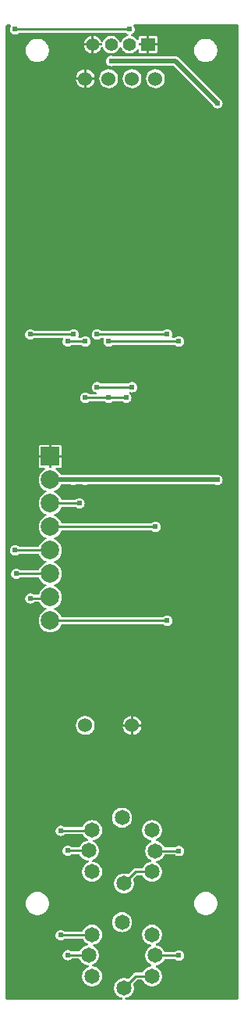
<source format=gtl>
G04 Layer: TopLayer*
G04 EasyEDA v6.5.29, 2023-07-16 15:11:24*
G04 69541b314f914e7eb76376b61f0081d1,5a6b42c53f6a479593ecc07194224c93,10*
G04 Gerber Generator version 0.2*
G04 Scale: 100 percent, Rotated: No, Reflected: No *
G04 Dimensions in millimeters *
G04 leading zeros omitted , absolute positions ,4 integer and 5 decimal *
%FSLAX45Y45*%
%MOMM*%

%ADD10C,0.2540*%
%ADD11C,0.5000*%
%ADD12C,1.4000*%
%ADD13R,1.5240X1.4000*%
%ADD14C,1.6500*%
%ADD15C,1.5240*%
%ADD16R,2.0000X2.0000*%
%ADD17C,2.0000*%
%ADD18C,0.6096*%
%ADD19C,0.0140*%

%LPD*%
G36*
X251967Y851408D02*
G01*
X248056Y852169D01*
X244805Y854405D01*
X242570Y857656D01*
X241808Y861568D01*
X241808Y11393932D01*
X242570Y11397843D01*
X244805Y11401094D01*
X248056Y11403330D01*
X251967Y11404092D01*
X290068Y11404092D01*
X294386Y11403126D01*
X297840Y11400485D01*
X299872Y11396573D01*
X300075Y11392154D01*
X298399Y11388090D01*
X294081Y11381994D01*
X289966Y11373053D01*
X287426Y11363604D01*
X286562Y11353800D01*
X287426Y11343995D01*
X289966Y11334546D01*
X294081Y11325606D01*
X299720Y11317579D01*
X306679Y11310620D01*
X314706Y11304981D01*
X323646Y11300866D01*
X333095Y11298326D01*
X342900Y11297462D01*
X352704Y11298326D01*
X362153Y11300866D01*
X371094Y11304981D01*
X379120Y11310620D01*
X380695Y11312194D01*
X383997Y11314430D01*
X387908Y11315192D01*
X1540916Y11315192D01*
X1544777Y11314430D01*
X1548079Y11312194D01*
X1549654Y11310620D01*
X1557731Y11304981D01*
X1566164Y11301069D01*
X1569466Y11298631D01*
X1571548Y11295075D01*
X1572006Y11291011D01*
X1570888Y11287099D01*
X1568246Y11283950D01*
X1564640Y11282070D01*
X1553768Y11279022D01*
X1541780Y11273790D01*
X1530604Y11267033D01*
X1520444Y11258753D01*
X1511503Y11249202D01*
X1503984Y11238484D01*
X1497939Y11226901D01*
X1495450Y11219891D01*
X1493316Y11216386D01*
X1489964Y11213998D01*
X1485900Y11213134D01*
X1481836Y11213998D01*
X1478483Y11216386D01*
X1476298Y11219891D01*
X1473860Y11226901D01*
X1467815Y11238484D01*
X1460296Y11249202D01*
X1451356Y11258753D01*
X1441196Y11267033D01*
X1430020Y11273790D01*
X1418031Y11279022D01*
X1405382Y11282578D01*
X1392428Y11284356D01*
X1379372Y11284356D01*
X1366367Y11282578D01*
X1353769Y11279022D01*
X1341780Y11273790D01*
X1330604Y11267033D01*
X1320444Y11258753D01*
X1311503Y11249202D01*
X1303985Y11238484D01*
X1297940Y11226901D01*
X1295450Y11219891D01*
X1293317Y11216386D01*
X1289964Y11213998D01*
X1285900Y11213134D01*
X1281836Y11213998D01*
X1278483Y11216386D01*
X1276350Y11219891D01*
X1273860Y11226901D01*
X1267815Y11238484D01*
X1260297Y11249202D01*
X1251356Y11258753D01*
X1241196Y11267033D01*
X1230020Y11273790D01*
X1218031Y11279022D01*
X1205382Y11282578D01*
X1198575Y11283492D01*
X1198575Y11201400D01*
X1280007Y11201400D01*
X1283868Y11200587D01*
X1287170Y11198402D01*
X1289405Y11195100D01*
X1290167Y11191240D01*
X1290167Y11186160D01*
X1289405Y11182248D01*
X1287170Y11178946D01*
X1283868Y11176762D01*
X1280007Y11176000D01*
X1198575Y11176000D01*
X1198575Y11093856D01*
X1205382Y11094821D01*
X1218031Y11098326D01*
X1230020Y11103559D01*
X1241196Y11110366D01*
X1251356Y11118596D01*
X1260297Y11128146D01*
X1267815Y11138865D01*
X1273860Y11150498D01*
X1276350Y11157458D01*
X1278483Y11160963D01*
X1281836Y11163350D01*
X1285900Y11164214D01*
X1289964Y11163350D01*
X1293317Y11160963D01*
X1295450Y11157458D01*
X1297940Y11150498D01*
X1303985Y11138865D01*
X1311503Y11128146D01*
X1320444Y11118596D01*
X1330604Y11110366D01*
X1341780Y11103559D01*
X1353769Y11098326D01*
X1366367Y11094821D01*
X1379372Y11092992D01*
X1392428Y11092992D01*
X1405382Y11094821D01*
X1418031Y11098326D01*
X1430020Y11103559D01*
X1441196Y11110366D01*
X1451356Y11118596D01*
X1460296Y11128146D01*
X1467815Y11138865D01*
X1473860Y11150498D01*
X1476298Y11157458D01*
X1478483Y11160963D01*
X1481836Y11163350D01*
X1485900Y11164214D01*
X1489964Y11163350D01*
X1493316Y11160963D01*
X1495450Y11157458D01*
X1497939Y11150498D01*
X1503984Y11138865D01*
X1511503Y11128146D01*
X1520444Y11118596D01*
X1530604Y11110366D01*
X1541780Y11103559D01*
X1553768Y11098326D01*
X1566367Y11094821D01*
X1579372Y11092992D01*
X1592427Y11092992D01*
X1605381Y11094821D01*
X1618030Y11098326D01*
X1630019Y11103559D01*
X1641195Y11110366D01*
X1651355Y11118596D01*
X1660296Y11128146D01*
X1665325Y11135309D01*
X1668424Y11138204D01*
X1672488Y11139576D01*
X1676704Y11139170D01*
X1680413Y11137036D01*
X1682902Y11133632D01*
X1683766Y11129467D01*
X1683766Y11119256D01*
X1684477Y11112906D01*
X1686407Y11107470D01*
X1689506Y11102543D01*
X1693570Y11098479D01*
X1698498Y11095380D01*
X1703933Y11093500D01*
X1710283Y11092789D01*
X1773174Y11092789D01*
X1773174Y11176000D01*
X1691792Y11176000D01*
X1687880Y11176762D01*
X1684629Y11178946D01*
X1682394Y11182248D01*
X1681632Y11186160D01*
X1681632Y11191240D01*
X1682394Y11195100D01*
X1684629Y11198402D01*
X1687880Y11200587D01*
X1691792Y11201400D01*
X1773174Y11201400D01*
X1773174Y11284559D01*
X1710283Y11284559D01*
X1703933Y11283848D01*
X1698498Y11281968D01*
X1693570Y11278870D01*
X1689506Y11274806D01*
X1686407Y11269878D01*
X1684477Y11264442D01*
X1683766Y11258092D01*
X1683766Y11247882D01*
X1682902Y11243716D01*
X1680413Y11240312D01*
X1676704Y11238230D01*
X1672488Y11237772D01*
X1668424Y11239144D01*
X1665325Y11242040D01*
X1660296Y11249202D01*
X1651355Y11258753D01*
X1641195Y11267033D01*
X1630019Y11273790D01*
X1618030Y11279022D01*
X1607159Y11282070D01*
X1603552Y11283950D01*
X1600911Y11287099D01*
X1599793Y11291011D01*
X1600250Y11295075D01*
X1602333Y11298631D01*
X1605635Y11301069D01*
X1614068Y11304981D01*
X1622145Y11310620D01*
X1629054Y11317579D01*
X1634693Y11325606D01*
X1638858Y11334546D01*
X1641398Y11343995D01*
X1642262Y11353800D01*
X1641398Y11363604D01*
X1638858Y11373053D01*
X1634693Y11381994D01*
X1630426Y11388090D01*
X1628749Y11392154D01*
X1628901Y11396573D01*
X1630933Y11400485D01*
X1634439Y11403126D01*
X1638706Y11404092D01*
X2757932Y11404092D01*
X2761843Y11403330D01*
X2765094Y11401094D01*
X2767330Y11397843D01*
X2768092Y11393932D01*
X2768092Y861568D01*
X2767330Y857656D01*
X2765094Y854405D01*
X2761843Y852169D01*
X2757932Y851408D01*
X1545640Y851408D01*
X1541475Y852271D01*
X1538071Y854811D01*
X1535938Y858469D01*
X1535531Y862685D01*
X1536852Y866749D01*
X1539748Y869848D01*
X1543659Y871524D01*
X1552041Y873201D01*
X1565452Y877773D01*
X1578203Y884021D01*
X1589989Y891895D01*
X1600657Y901242D01*
X1610004Y911910D01*
X1617878Y923696D01*
X1624126Y936396D01*
X1628698Y949858D01*
X1631442Y963726D01*
X1632407Y977900D01*
X1631442Y992022D01*
X1628698Y1005941D01*
X1625142Y1016406D01*
X1624584Y1020114D01*
X1625447Y1023772D01*
X1627581Y1026871D01*
X1664004Y1063294D01*
X1667306Y1065530D01*
X1671218Y1066292D01*
X1720951Y1066292D01*
X1724609Y1065580D01*
X1727809Y1063599D01*
X1730044Y1060602D01*
X1734921Y1050696D01*
X1742795Y1038910D01*
X1752142Y1028242D01*
X1762810Y1018895D01*
X1774596Y1011021D01*
X1787296Y1004773D01*
X1800758Y1000201D01*
X1814626Y997458D01*
X1828800Y996492D01*
X1842922Y997458D01*
X1856841Y1000201D01*
X1870252Y1004773D01*
X1883003Y1011021D01*
X1894789Y1018895D01*
X1905457Y1028242D01*
X1914804Y1038910D01*
X1922678Y1050696D01*
X1928926Y1063396D01*
X1933498Y1076858D01*
X1936242Y1090726D01*
X1937207Y1104900D01*
X1936242Y1119022D01*
X1933498Y1132941D01*
X1928926Y1146352D01*
X1922678Y1159103D01*
X1914804Y1170889D01*
X1905457Y1181557D01*
X1894789Y1190904D01*
X1883003Y1198778D01*
X1873961Y1203198D01*
X1870506Y1205992D01*
X1868576Y1209903D01*
X1868474Y1214323D01*
X1870252Y1218336D01*
X1873554Y1221232D01*
X1877974Y1222502D01*
X1891893Y1225245D01*
X1905304Y1229817D01*
X1918055Y1236065D01*
X1929841Y1243939D01*
X1940509Y1253286D01*
X1949856Y1263954D01*
X1957730Y1275740D01*
X1962556Y1285595D01*
X1964842Y1288592D01*
X1967992Y1290574D01*
X1971700Y1291285D01*
X2075891Y1291285D01*
X2079802Y1290523D01*
X2083104Y1288288D01*
X2084679Y1286713D01*
X2092706Y1281074D01*
X2101646Y1276959D01*
X2111095Y1274419D01*
X2120900Y1273556D01*
X2130704Y1274419D01*
X2140153Y1276959D01*
X2149094Y1281074D01*
X2157120Y1286713D01*
X2164080Y1293672D01*
X2169718Y1301699D01*
X2173833Y1310640D01*
X2176373Y1320088D01*
X2177237Y1329893D01*
X2176373Y1339697D01*
X2173833Y1349146D01*
X2169718Y1358087D01*
X2164080Y1366113D01*
X2157120Y1373073D01*
X2149094Y1378712D01*
X2140153Y1382826D01*
X2130704Y1385366D01*
X2120900Y1386230D01*
X2111095Y1385366D01*
X2101646Y1382826D01*
X2092706Y1378712D01*
X2084679Y1373073D01*
X2083104Y1371498D01*
X2079802Y1369263D01*
X2075891Y1368501D01*
X1971751Y1368501D01*
X1968042Y1369212D01*
X1964893Y1371142D01*
X1962607Y1374140D01*
X1957730Y1384147D01*
X1949856Y1395933D01*
X1940509Y1406601D01*
X1929841Y1415948D01*
X1918055Y1423822D01*
X1905304Y1430070D01*
X1891893Y1434642D01*
X1877771Y1437436D01*
X1873554Y1438656D01*
X1870252Y1441551D01*
X1868474Y1445564D01*
X1868576Y1449984D01*
X1870506Y1453896D01*
X1873961Y1456639D01*
X1883003Y1461109D01*
X1894789Y1468983D01*
X1905457Y1478330D01*
X1914804Y1488998D01*
X1922678Y1500784D01*
X1928926Y1513484D01*
X1933498Y1526946D01*
X1936242Y1540814D01*
X1937207Y1554988D01*
X1936242Y1569110D01*
X1933498Y1583029D01*
X1928926Y1596440D01*
X1922678Y1609191D01*
X1914804Y1620977D01*
X1905457Y1631645D01*
X1894789Y1640992D01*
X1883003Y1648866D01*
X1870252Y1655114D01*
X1856841Y1659686D01*
X1842922Y1662430D01*
X1828800Y1663395D01*
X1814626Y1662430D01*
X1800758Y1659686D01*
X1787296Y1655114D01*
X1774596Y1648866D01*
X1762810Y1640992D01*
X1752142Y1631645D01*
X1742795Y1620977D01*
X1734921Y1609191D01*
X1728673Y1596440D01*
X1724101Y1583029D01*
X1721357Y1569110D01*
X1720392Y1554988D01*
X1721357Y1540814D01*
X1724101Y1526946D01*
X1728673Y1513484D01*
X1734921Y1500784D01*
X1742795Y1488998D01*
X1752142Y1478330D01*
X1762810Y1468983D01*
X1774596Y1461109D01*
X1787296Y1454861D01*
X1800758Y1450289D01*
X1814880Y1447495D01*
X1819097Y1446276D01*
X1822399Y1443380D01*
X1824177Y1439367D01*
X1824075Y1434947D01*
X1822145Y1431036D01*
X1818690Y1428242D01*
X1809648Y1423822D01*
X1797862Y1415948D01*
X1787194Y1406601D01*
X1777847Y1395933D01*
X1769973Y1384147D01*
X1763725Y1371396D01*
X1759153Y1357985D01*
X1756410Y1344066D01*
X1755444Y1329944D01*
X1756410Y1315770D01*
X1759153Y1301902D01*
X1763725Y1288440D01*
X1769973Y1275740D01*
X1777847Y1263954D01*
X1787194Y1253286D01*
X1797862Y1243939D01*
X1809648Y1236065D01*
X1818690Y1231595D01*
X1822145Y1228852D01*
X1824075Y1224940D01*
X1824177Y1220520D01*
X1822399Y1216507D01*
X1819097Y1213612D01*
X1814626Y1212342D01*
X1800758Y1209598D01*
X1787296Y1205026D01*
X1774596Y1198778D01*
X1762810Y1190904D01*
X1752142Y1181557D01*
X1742795Y1170889D01*
X1734921Y1159103D01*
X1730044Y1149197D01*
X1727809Y1146200D01*
X1724609Y1144219D01*
X1720951Y1143508D01*
X1651507Y1143508D01*
X1643481Y1142695D01*
X1636268Y1140510D01*
X1629562Y1136954D01*
X1623364Y1131824D01*
X1572971Y1081481D01*
X1569872Y1079347D01*
X1566214Y1078484D01*
X1562506Y1079042D01*
X1552041Y1082598D01*
X1538122Y1085342D01*
X1524000Y1086307D01*
X1509826Y1085342D01*
X1495958Y1082598D01*
X1482496Y1078026D01*
X1469796Y1071778D01*
X1458010Y1063904D01*
X1447342Y1054557D01*
X1437995Y1043889D01*
X1430121Y1032103D01*
X1423873Y1019352D01*
X1419301Y1005941D01*
X1416558Y992022D01*
X1415592Y977900D01*
X1416558Y963726D01*
X1419301Y949858D01*
X1423873Y936396D01*
X1430121Y923696D01*
X1437995Y911910D01*
X1447342Y901242D01*
X1458010Y891895D01*
X1469796Y884021D01*
X1482496Y877773D01*
X1495958Y873201D01*
X1504340Y871524D01*
X1508252Y869848D01*
X1511096Y866749D01*
X1512468Y862685D01*
X1512062Y858469D01*
X1509928Y854811D01*
X1506524Y852271D01*
X1502359Y851408D01*
G37*

%LPC*%
G36*
X1798574Y11201400D02*
G01*
X1887982Y11201400D01*
X1887982Y11258092D01*
X1887270Y11264442D01*
X1885391Y11269878D01*
X1882292Y11274806D01*
X1878228Y11278870D01*
X1873300Y11281968D01*
X1867865Y11283848D01*
X1861515Y11284559D01*
X1798574Y11284559D01*
G37*
G36*
X1503781Y1581454D02*
G01*
X1517954Y1582420D01*
X1531874Y1585163D01*
X1545285Y1589735D01*
X1557985Y1595983D01*
X1569770Y1603857D01*
X1580438Y1613204D01*
X1589786Y1623872D01*
X1597660Y1635658D01*
X1603959Y1648358D01*
X1608480Y1661820D01*
X1611274Y1675688D01*
X1612188Y1689862D01*
X1611274Y1703984D01*
X1608480Y1717903D01*
X1603959Y1731314D01*
X1597660Y1744065D01*
X1589786Y1755851D01*
X1580438Y1766519D01*
X1569770Y1775866D01*
X1557985Y1783740D01*
X1545285Y1789988D01*
X1531874Y1794560D01*
X1517954Y1797304D01*
X1503781Y1798269D01*
X1489659Y1797304D01*
X1475740Y1794560D01*
X1462328Y1789988D01*
X1449628Y1783740D01*
X1437843Y1775866D01*
X1427175Y1766519D01*
X1417828Y1755851D01*
X1409954Y1744065D01*
X1403654Y1731314D01*
X1399133Y1717903D01*
X1396339Y1703984D01*
X1395425Y1689862D01*
X1396339Y1675688D01*
X1399133Y1661820D01*
X1403654Y1648358D01*
X1409954Y1635658D01*
X1417828Y1623872D01*
X1427175Y1613204D01*
X1437843Y1603857D01*
X1449628Y1595983D01*
X1462328Y1589735D01*
X1475740Y1585163D01*
X1489659Y1582420D01*
G37*
G36*
X2413000Y1766417D02*
G01*
X2428138Y1767332D01*
X2443124Y1770075D01*
X2457602Y1774596D01*
X2471470Y1780844D01*
X2484475Y1788718D01*
X2496464Y1798066D01*
X2507183Y1808835D01*
X2516581Y1820773D01*
X2524455Y1833778D01*
X2530703Y1847646D01*
X2535224Y1862175D01*
X2537968Y1877110D01*
X2538882Y1892300D01*
X2537968Y1907489D01*
X2535224Y1922424D01*
X2530703Y1936953D01*
X2524455Y1950821D01*
X2516581Y1963826D01*
X2507183Y1975764D01*
X2496464Y1986534D01*
X2484475Y1995881D01*
X2471470Y2003755D01*
X2457602Y2010003D01*
X2443124Y2014524D01*
X2428138Y2017268D01*
X2413000Y2018182D01*
X2397810Y2017268D01*
X2382824Y2014524D01*
X2368346Y2010003D01*
X2354478Y2003755D01*
X2341473Y1995881D01*
X2329484Y1986534D01*
X2318766Y1975764D01*
X2309368Y1963826D01*
X2301494Y1950821D01*
X2295245Y1936953D01*
X2290724Y1922424D01*
X2287981Y1907489D01*
X2287066Y1892300D01*
X2287981Y1877110D01*
X2290724Y1862175D01*
X2295245Y1847646D01*
X2301494Y1833778D01*
X2309368Y1820773D01*
X2318766Y1808835D01*
X2329484Y1798066D01*
X2341473Y1788718D01*
X2354478Y1780844D01*
X2368346Y1774596D01*
X2382824Y1770075D01*
X2397810Y1767332D01*
G37*
G36*
X584200Y1766417D02*
G01*
X599389Y1767332D01*
X614324Y1770075D01*
X628853Y1774596D01*
X642721Y1780844D01*
X655726Y1788718D01*
X667664Y1798066D01*
X678434Y1808835D01*
X687781Y1820773D01*
X695655Y1833778D01*
X701903Y1847646D01*
X706424Y1862175D01*
X709168Y1877110D01*
X710082Y1892300D01*
X709168Y1907489D01*
X706424Y1922424D01*
X701903Y1936953D01*
X695655Y1950821D01*
X687781Y1963826D01*
X678434Y1975764D01*
X667664Y1986534D01*
X655726Y1995881D01*
X642721Y2003755D01*
X628853Y2010003D01*
X614324Y2014524D01*
X599389Y2017268D01*
X584200Y2018182D01*
X569010Y2017268D01*
X554075Y2014524D01*
X539546Y2010003D01*
X525678Y2003755D01*
X512673Y1995881D01*
X500735Y1986534D01*
X489966Y1975764D01*
X480618Y1963826D01*
X472744Y1950821D01*
X466496Y1936953D01*
X461975Y1922424D01*
X459232Y1907489D01*
X458317Y1892300D01*
X459232Y1877110D01*
X461975Y1862175D01*
X466496Y1847646D01*
X472744Y1833778D01*
X480618Y1820773D01*
X489966Y1808835D01*
X500735Y1798066D01*
X512673Y1788718D01*
X525678Y1780844D01*
X539546Y1774596D01*
X554075Y1770075D01*
X569010Y1767332D01*
G37*
G36*
X1524000Y1999792D02*
G01*
X1538122Y2000757D01*
X1552041Y2003501D01*
X1565452Y2008073D01*
X1578203Y2014321D01*
X1589989Y2022195D01*
X1600657Y2031542D01*
X1610004Y2042210D01*
X1617878Y2053996D01*
X1624126Y2066696D01*
X1628698Y2080158D01*
X1631442Y2094026D01*
X1632407Y2108200D01*
X1631442Y2122322D01*
X1628698Y2136241D01*
X1625142Y2146706D01*
X1624584Y2150414D01*
X1625447Y2154072D01*
X1627581Y2157171D01*
X1664004Y2193594D01*
X1667306Y2195830D01*
X1671218Y2196592D01*
X1720951Y2196592D01*
X1724609Y2195880D01*
X1727809Y2193899D01*
X1730044Y2190902D01*
X1734921Y2180996D01*
X1742795Y2169210D01*
X1752142Y2158542D01*
X1762810Y2149195D01*
X1774596Y2141321D01*
X1787296Y2135073D01*
X1800758Y2130501D01*
X1814626Y2127758D01*
X1828800Y2126792D01*
X1842922Y2127758D01*
X1856841Y2130501D01*
X1870252Y2135073D01*
X1883003Y2141321D01*
X1894789Y2149195D01*
X1905457Y2158542D01*
X1914804Y2169210D01*
X1922678Y2180996D01*
X1928926Y2193696D01*
X1933498Y2207158D01*
X1936242Y2221026D01*
X1937207Y2235200D01*
X1936242Y2249322D01*
X1933498Y2263241D01*
X1928926Y2276652D01*
X1922678Y2289403D01*
X1914804Y2301189D01*
X1905457Y2311857D01*
X1894789Y2321204D01*
X1883003Y2329078D01*
X1873961Y2333498D01*
X1870506Y2336292D01*
X1868576Y2340203D01*
X1868474Y2344623D01*
X1870252Y2348636D01*
X1873554Y2351532D01*
X1877974Y2352802D01*
X1891893Y2355545D01*
X1905304Y2360117D01*
X1918055Y2366365D01*
X1929841Y2374239D01*
X1940509Y2383586D01*
X1949856Y2394254D01*
X1957730Y2406040D01*
X1962556Y2415895D01*
X1964842Y2418892D01*
X1967992Y2420874D01*
X1971700Y2421585D01*
X2075891Y2421585D01*
X2079802Y2420823D01*
X2083104Y2418588D01*
X2084679Y2417013D01*
X2092706Y2411374D01*
X2101646Y2407259D01*
X2111095Y2404719D01*
X2120900Y2403856D01*
X2130704Y2404719D01*
X2140153Y2407259D01*
X2149094Y2411374D01*
X2157120Y2417013D01*
X2164080Y2423972D01*
X2169718Y2431999D01*
X2173833Y2440940D01*
X2176373Y2450388D01*
X2177237Y2460193D01*
X2176373Y2469997D01*
X2173833Y2479446D01*
X2169718Y2488387D01*
X2164080Y2496413D01*
X2157120Y2503373D01*
X2149094Y2509012D01*
X2140153Y2513126D01*
X2130704Y2515666D01*
X2120900Y2516530D01*
X2111095Y2515666D01*
X2101646Y2513126D01*
X2092706Y2509012D01*
X2084679Y2503373D01*
X2083104Y2501798D01*
X2079802Y2499563D01*
X2075891Y2498801D01*
X1971751Y2498801D01*
X1968042Y2499512D01*
X1964893Y2501442D01*
X1962607Y2504440D01*
X1957730Y2514447D01*
X1949856Y2526233D01*
X1940509Y2536901D01*
X1929841Y2546248D01*
X1918055Y2554122D01*
X1905304Y2560370D01*
X1891893Y2564942D01*
X1877771Y2567686D01*
X1873554Y2568956D01*
X1870252Y2571851D01*
X1868474Y2575864D01*
X1868576Y2580284D01*
X1870506Y2584196D01*
X1873961Y2586939D01*
X1883003Y2591409D01*
X1894789Y2599283D01*
X1905457Y2608630D01*
X1914804Y2619298D01*
X1922678Y2631084D01*
X1928926Y2643784D01*
X1933498Y2657246D01*
X1936242Y2671114D01*
X1937207Y2685288D01*
X1936242Y2699410D01*
X1933498Y2713329D01*
X1928926Y2726740D01*
X1922678Y2739491D01*
X1914804Y2751277D01*
X1905457Y2761945D01*
X1894789Y2771292D01*
X1883003Y2779166D01*
X1870252Y2785414D01*
X1856841Y2789986D01*
X1842922Y2792730D01*
X1828800Y2793644D01*
X1814626Y2792730D01*
X1800758Y2789986D01*
X1787296Y2785414D01*
X1774596Y2779166D01*
X1762810Y2771292D01*
X1752142Y2761945D01*
X1742795Y2751277D01*
X1734921Y2739491D01*
X1728673Y2726740D01*
X1724101Y2713329D01*
X1721357Y2699410D01*
X1720392Y2685288D01*
X1721357Y2671114D01*
X1724101Y2657246D01*
X1728673Y2643784D01*
X1734921Y2631084D01*
X1742795Y2619298D01*
X1752142Y2608630D01*
X1762810Y2599283D01*
X1774596Y2591409D01*
X1787296Y2585161D01*
X1800758Y2580589D01*
X1814880Y2577795D01*
X1819097Y2576576D01*
X1822399Y2573680D01*
X1824177Y2569667D01*
X1824075Y2565247D01*
X1822145Y2561336D01*
X1818690Y2558542D01*
X1809648Y2554122D01*
X1797862Y2546248D01*
X1787194Y2536901D01*
X1777847Y2526233D01*
X1769973Y2514447D01*
X1763725Y2501696D01*
X1759153Y2488285D01*
X1756410Y2474366D01*
X1755444Y2460244D01*
X1756410Y2446070D01*
X1759153Y2432202D01*
X1763725Y2418740D01*
X1769973Y2406040D01*
X1777847Y2394254D01*
X1787194Y2383586D01*
X1797862Y2374239D01*
X1809648Y2366365D01*
X1818690Y2361895D01*
X1822145Y2359152D01*
X1824075Y2355240D01*
X1824177Y2350820D01*
X1822399Y2346807D01*
X1819097Y2343912D01*
X1814626Y2342642D01*
X1800758Y2339898D01*
X1787296Y2335326D01*
X1774596Y2329078D01*
X1762810Y2321204D01*
X1752142Y2311857D01*
X1742795Y2301189D01*
X1734921Y2289403D01*
X1730044Y2279497D01*
X1727809Y2276500D01*
X1724609Y2274519D01*
X1720951Y2273808D01*
X1651507Y2273808D01*
X1643481Y2272995D01*
X1636268Y2270810D01*
X1629562Y2267254D01*
X1623364Y2262124D01*
X1572971Y2211781D01*
X1569872Y2209647D01*
X1566214Y2208784D01*
X1562506Y2209342D01*
X1552041Y2212898D01*
X1538122Y2215642D01*
X1524000Y2216556D01*
X1509826Y2215642D01*
X1495958Y2212898D01*
X1482496Y2208326D01*
X1469796Y2202078D01*
X1458010Y2194204D01*
X1447342Y2184857D01*
X1437995Y2174189D01*
X1430121Y2162403D01*
X1423873Y2149652D01*
X1419301Y2136241D01*
X1416558Y2122322D01*
X1415592Y2108200D01*
X1416558Y2094026D01*
X1419301Y2080158D01*
X1423873Y2066696D01*
X1430121Y2053996D01*
X1437995Y2042210D01*
X1447342Y2031542D01*
X1458010Y2022195D01*
X1469796Y2014321D01*
X1482496Y2008073D01*
X1495958Y2003501D01*
X1509826Y2000757D01*
G37*
G36*
X1178814Y2126792D02*
G01*
X1192936Y2127758D01*
X1206855Y2130501D01*
X1220266Y2135073D01*
X1233017Y2141321D01*
X1244803Y2149195D01*
X1255471Y2158542D01*
X1264818Y2169210D01*
X1272692Y2180996D01*
X1278940Y2193696D01*
X1283512Y2207158D01*
X1286256Y2221026D01*
X1287221Y2235200D01*
X1286256Y2249322D01*
X1283512Y2263241D01*
X1278940Y2276652D01*
X1272692Y2289403D01*
X1264818Y2301189D01*
X1255471Y2311857D01*
X1244803Y2321204D01*
X1233017Y2329078D01*
X1220266Y2335326D01*
X1206855Y2339898D01*
X1192936Y2342642D01*
X1184960Y2343200D01*
X1181100Y2344216D01*
X1177950Y2346604D01*
X1175969Y2350058D01*
X1175461Y2353970D01*
X1176477Y2357831D01*
X1178915Y2360930D01*
X1182370Y2362962D01*
X1184452Y2363673D01*
X1197203Y2369921D01*
X1208989Y2377795D01*
X1219657Y2387142D01*
X1229004Y2397810D01*
X1236878Y2409596D01*
X1243126Y2422296D01*
X1247698Y2435758D01*
X1250442Y2449626D01*
X1251407Y2463800D01*
X1250442Y2477922D01*
X1247698Y2491841D01*
X1243126Y2505252D01*
X1236878Y2518003D01*
X1229004Y2529789D01*
X1219657Y2540457D01*
X1208989Y2549804D01*
X1197203Y2557678D01*
X1193698Y2559405D01*
X1190396Y2561996D01*
X1188415Y2565654D01*
X1188110Y2569819D01*
X1189482Y2573782D01*
X1192326Y2576830D01*
X1196187Y2578455D01*
X1206855Y2580589D01*
X1220266Y2585161D01*
X1233017Y2591409D01*
X1244803Y2599283D01*
X1255471Y2608630D01*
X1264818Y2619298D01*
X1272692Y2631084D01*
X1278940Y2643784D01*
X1283512Y2657246D01*
X1286256Y2671114D01*
X1287221Y2685288D01*
X1286256Y2699410D01*
X1283512Y2713329D01*
X1278940Y2726740D01*
X1272692Y2739491D01*
X1264818Y2751277D01*
X1255471Y2761945D01*
X1244803Y2771292D01*
X1233017Y2779166D01*
X1220266Y2785414D01*
X1206855Y2789986D01*
X1192936Y2792730D01*
X1178814Y2793644D01*
X1164640Y2792730D01*
X1150772Y2789986D01*
X1137310Y2785414D01*
X1124610Y2779166D01*
X1112824Y2771292D01*
X1102156Y2761945D01*
X1092809Y2751277D01*
X1084935Y2739491D01*
X1078687Y2726740D01*
X1078128Y2725216D01*
X1075994Y2721610D01*
X1072642Y2719171D01*
X1068527Y2718308D01*
X883208Y2718308D01*
X879297Y2719070D01*
X875995Y2721305D01*
X874420Y2722880D01*
X866394Y2728518D01*
X857453Y2732633D01*
X848004Y2735173D01*
X838200Y2736037D01*
X828395Y2735173D01*
X818946Y2732633D01*
X810006Y2728518D01*
X801979Y2722880D01*
X795020Y2715920D01*
X789381Y2707894D01*
X785266Y2698953D01*
X782726Y2689504D01*
X781862Y2679700D01*
X782726Y2669895D01*
X785266Y2660446D01*
X789381Y2651506D01*
X795020Y2643479D01*
X801979Y2636520D01*
X810006Y2630881D01*
X818946Y2626766D01*
X828395Y2624226D01*
X838200Y2623362D01*
X848004Y2624226D01*
X857453Y2626766D01*
X866394Y2630881D01*
X874420Y2636520D01*
X875995Y2638094D01*
X879297Y2640330D01*
X883208Y2641092D01*
X1073708Y2641092D01*
X1077366Y2640380D01*
X1080566Y2638399D01*
X1082802Y2635402D01*
X1084935Y2631084D01*
X1092809Y2619298D01*
X1102156Y2608630D01*
X1112824Y2599283D01*
X1124610Y2591409D01*
X1128115Y2589682D01*
X1131417Y2587091D01*
X1133398Y2583434D01*
X1133703Y2579268D01*
X1132332Y2575306D01*
X1129487Y2572258D01*
X1125626Y2570632D01*
X1114958Y2568498D01*
X1101496Y2563926D01*
X1088796Y2557678D01*
X1077010Y2549804D01*
X1066342Y2540457D01*
X1056995Y2529789D01*
X1049121Y2518003D01*
X1044244Y2508097D01*
X1042009Y2505100D01*
X1038809Y2503119D01*
X1035151Y2502408D01*
X959408Y2502408D01*
X955497Y2503170D01*
X952195Y2505405D01*
X950620Y2506980D01*
X942594Y2512618D01*
X933653Y2516733D01*
X924204Y2519273D01*
X914400Y2520137D01*
X904595Y2519273D01*
X895146Y2516733D01*
X886206Y2512618D01*
X878179Y2506980D01*
X871219Y2500020D01*
X865581Y2491994D01*
X861466Y2483053D01*
X858926Y2473604D01*
X858062Y2463800D01*
X858926Y2453995D01*
X861466Y2444546D01*
X865581Y2435606D01*
X871219Y2427579D01*
X878179Y2420620D01*
X886206Y2414981D01*
X895146Y2410866D01*
X904595Y2408326D01*
X914400Y2407462D01*
X924204Y2408326D01*
X933653Y2410866D01*
X942594Y2414981D01*
X950620Y2420620D01*
X952195Y2422194D01*
X955497Y2424430D01*
X959408Y2425192D01*
X1035151Y2425192D01*
X1038809Y2424480D01*
X1042009Y2422499D01*
X1044244Y2419502D01*
X1049121Y2409596D01*
X1056995Y2397810D01*
X1066342Y2387142D01*
X1077010Y2377795D01*
X1088796Y2369921D01*
X1101496Y2363673D01*
X1114958Y2359101D01*
X1128826Y2356358D01*
X1136853Y2355799D01*
X1140714Y2354783D01*
X1143812Y2352395D01*
X1145794Y2348941D01*
X1146352Y2345029D01*
X1145286Y2341168D01*
X1142898Y2338019D01*
X1139444Y2336038D01*
X1137310Y2335326D01*
X1124610Y2329078D01*
X1112824Y2321204D01*
X1102156Y2311857D01*
X1092809Y2301189D01*
X1084935Y2289403D01*
X1078687Y2276652D01*
X1074115Y2263241D01*
X1071372Y2249322D01*
X1070406Y2235200D01*
X1071372Y2221026D01*
X1074115Y2207158D01*
X1078687Y2193696D01*
X1084935Y2180996D01*
X1092809Y2169210D01*
X1102156Y2158542D01*
X1112824Y2149195D01*
X1124610Y2141321D01*
X1137310Y2135073D01*
X1150772Y2130501D01*
X1164640Y2127758D01*
G37*
G36*
X1503781Y2711754D02*
G01*
X1517954Y2712720D01*
X1531874Y2715463D01*
X1545285Y2720035D01*
X1557985Y2726283D01*
X1569770Y2734157D01*
X1580438Y2743504D01*
X1589786Y2754172D01*
X1597660Y2765958D01*
X1603959Y2778658D01*
X1608480Y2792120D01*
X1611274Y2805988D01*
X1612188Y2820162D01*
X1611274Y2834284D01*
X1608480Y2848203D01*
X1603959Y2861614D01*
X1597660Y2874365D01*
X1589786Y2886151D01*
X1580438Y2896819D01*
X1569770Y2906166D01*
X1557985Y2914040D01*
X1545285Y2920288D01*
X1531874Y2924860D01*
X1517954Y2927604D01*
X1503781Y2928518D01*
X1489659Y2927604D01*
X1475740Y2924860D01*
X1462328Y2920288D01*
X1449628Y2914040D01*
X1437843Y2906166D01*
X1427175Y2896819D01*
X1417828Y2886151D01*
X1409954Y2874365D01*
X1403654Y2861614D01*
X1399133Y2848203D01*
X1396339Y2834284D01*
X1395425Y2820162D01*
X1396339Y2805988D01*
X1399133Y2792120D01*
X1403654Y2778658D01*
X1409954Y2765958D01*
X1417828Y2754172D01*
X1427175Y2743504D01*
X1437843Y2734157D01*
X1449628Y2726283D01*
X1462328Y2720035D01*
X1475740Y2715463D01*
X1489659Y2712720D01*
G37*
G36*
X1101496Y3717188D02*
G01*
X1115110Y3717645D01*
X1128572Y3719880D01*
X1141577Y3723944D01*
X1153972Y3729685D01*
X1165453Y3737000D01*
X1175867Y3745788D01*
X1185011Y3755948D01*
X1192733Y3767175D01*
X1198880Y3779316D01*
X1203350Y3792220D01*
X1206093Y3805580D01*
X1207008Y3819194D01*
X1206093Y3832809D01*
X1203350Y3846169D01*
X1198880Y3859072D01*
X1192733Y3871214D01*
X1185011Y3882440D01*
X1175867Y3892600D01*
X1165453Y3901389D01*
X1153972Y3908704D01*
X1141577Y3914444D01*
X1128572Y3918508D01*
X1115110Y3920744D01*
X1101496Y3921201D01*
X1087932Y3919880D01*
X1074674Y3916679D01*
X1061923Y3911803D01*
X1049985Y3905250D01*
X1039012Y3897172D01*
X1029208Y3887673D01*
X1020724Y3876954D01*
X1013764Y3865219D01*
X1008481Y3852672D01*
X1004874Y3839514D01*
X1003046Y3826001D01*
X1003046Y3812387D01*
X1004874Y3798874D01*
X1008481Y3785717D01*
X1013764Y3773170D01*
X1020724Y3761435D01*
X1029208Y3750716D01*
X1039012Y3741216D01*
X1049985Y3733139D01*
X1061923Y3726586D01*
X1074674Y3721709D01*
X1087932Y3718509D01*
G37*
G36*
X1625600Y3718051D02*
G01*
X1636572Y3719880D01*
X1649577Y3723944D01*
X1661972Y3729685D01*
X1673453Y3737000D01*
X1683867Y3745788D01*
X1693011Y3755948D01*
X1700733Y3767175D01*
X1706880Y3779316D01*
X1711350Y3792220D01*
X1714144Y3806494D01*
X1625600Y3806494D01*
G37*
G36*
X1600200Y3718102D02*
G01*
X1600200Y3806494D01*
X1511858Y3806494D01*
X1512874Y3798874D01*
X1516481Y3785717D01*
X1521764Y3773170D01*
X1528724Y3761435D01*
X1537208Y3750716D01*
X1547012Y3741216D01*
X1557985Y3733139D01*
X1569923Y3726586D01*
X1582674Y3721709D01*
X1595932Y3718509D01*
G37*
G36*
X1511858Y3831894D02*
G01*
X1600200Y3831894D01*
X1600200Y3920286D01*
X1595932Y3919880D01*
X1582674Y3916679D01*
X1569923Y3911803D01*
X1557985Y3905250D01*
X1547012Y3897172D01*
X1537208Y3887673D01*
X1528724Y3876954D01*
X1521764Y3865219D01*
X1516481Y3852672D01*
X1512874Y3839514D01*
G37*
G36*
X1625600Y3831894D02*
G01*
X1714144Y3831894D01*
X1711350Y3846169D01*
X1706880Y3859072D01*
X1700733Y3871214D01*
X1693011Y3882440D01*
X1683867Y3892600D01*
X1673453Y3901389D01*
X1661972Y3908704D01*
X1649577Y3914444D01*
X1636572Y3918508D01*
X1625600Y3920337D01*
G37*
G36*
X723900Y4827117D02*
G01*
X739089Y4828032D01*
X754024Y4830775D01*
X768553Y4835296D01*
X782370Y4841544D01*
X795426Y4849418D01*
X807364Y4858766D01*
X818134Y4869535D01*
X827481Y4881473D01*
X835355Y4894529D01*
X841603Y4908397D01*
X843838Y4911547D01*
X847090Y4913680D01*
X850900Y4914392D01*
X1948891Y4914392D01*
X1952802Y4913630D01*
X1956104Y4911394D01*
X1957679Y4909820D01*
X1965706Y4904181D01*
X1974646Y4900066D01*
X1984095Y4897526D01*
X1993900Y4896662D01*
X2003704Y4897526D01*
X2013153Y4900066D01*
X2022093Y4904181D01*
X2030120Y4909820D01*
X2037080Y4916779D01*
X2042718Y4924806D01*
X2046833Y4933746D01*
X2049373Y4943195D01*
X2050237Y4953000D01*
X2049373Y4962804D01*
X2046833Y4972253D01*
X2042718Y4981194D01*
X2037080Y4989220D01*
X2030120Y4996180D01*
X2022093Y5001818D01*
X2013153Y5005933D01*
X2003704Y5008473D01*
X1993900Y5009337D01*
X1984095Y5008473D01*
X1974646Y5005933D01*
X1965706Y5001818D01*
X1957679Y4996180D01*
X1956104Y4994605D01*
X1952802Y4992370D01*
X1948891Y4991608D01*
X850900Y4991608D01*
X847090Y4992319D01*
X843838Y4994452D01*
X841603Y4997602D01*
X835355Y5011521D01*
X827481Y5024526D01*
X818134Y5036464D01*
X807364Y5047234D01*
X795426Y5056632D01*
X782370Y5064455D01*
X768451Y5070754D01*
X765302Y5072989D01*
X763219Y5076190D01*
X762457Y5080000D01*
X763219Y5083810D01*
X765302Y5087061D01*
X768451Y5089296D01*
X782370Y5095544D01*
X795426Y5103418D01*
X807364Y5112766D01*
X818134Y5123535D01*
X827481Y5135473D01*
X835355Y5148529D01*
X841603Y5162346D01*
X846124Y5176875D01*
X848868Y5191810D01*
X849782Y5207000D01*
X848868Y5222189D01*
X846124Y5237124D01*
X841603Y5251653D01*
X835355Y5265521D01*
X827481Y5278526D01*
X818134Y5290464D01*
X807364Y5301234D01*
X795426Y5310632D01*
X782370Y5318455D01*
X768451Y5324754D01*
X765302Y5326989D01*
X763219Y5330190D01*
X762457Y5334000D01*
X763219Y5337810D01*
X765302Y5341061D01*
X768451Y5343296D01*
X782370Y5349544D01*
X795426Y5357418D01*
X807364Y5366766D01*
X818134Y5377535D01*
X827481Y5389473D01*
X835355Y5402529D01*
X841603Y5416346D01*
X846124Y5430875D01*
X848868Y5445810D01*
X849782Y5461000D01*
X848868Y5476189D01*
X846124Y5491124D01*
X841603Y5505653D01*
X835355Y5519521D01*
X827481Y5532526D01*
X818134Y5544464D01*
X807364Y5555234D01*
X795426Y5564632D01*
X782370Y5572455D01*
X768451Y5578754D01*
X765302Y5580989D01*
X763219Y5584190D01*
X762457Y5588000D01*
X763219Y5591810D01*
X765302Y5595061D01*
X768451Y5597296D01*
X782370Y5603544D01*
X795426Y5611418D01*
X807364Y5620766D01*
X818134Y5631535D01*
X827481Y5643473D01*
X835355Y5656529D01*
X841603Y5670346D01*
X846124Y5684875D01*
X848868Y5699810D01*
X849782Y5715000D01*
X848868Y5730189D01*
X846124Y5745124D01*
X841603Y5759653D01*
X835355Y5773521D01*
X827481Y5786526D01*
X818134Y5798464D01*
X807364Y5809234D01*
X795426Y5818632D01*
X782370Y5826455D01*
X768451Y5832754D01*
X765302Y5834989D01*
X763219Y5838190D01*
X762457Y5842000D01*
X763219Y5845810D01*
X765302Y5849061D01*
X768451Y5851296D01*
X782370Y5857544D01*
X795426Y5865418D01*
X807364Y5874766D01*
X818134Y5885535D01*
X827481Y5897473D01*
X835355Y5910529D01*
X841603Y5924397D01*
X843838Y5927547D01*
X847090Y5929680D01*
X850900Y5930392D01*
X1821891Y5930392D01*
X1825802Y5929630D01*
X1829104Y5927394D01*
X1830679Y5925820D01*
X1838706Y5920181D01*
X1847646Y5916066D01*
X1857095Y5913526D01*
X1866900Y5912662D01*
X1876704Y5913526D01*
X1886153Y5916066D01*
X1895093Y5920181D01*
X1903120Y5925820D01*
X1910080Y5932779D01*
X1915718Y5940806D01*
X1919833Y5949746D01*
X1922373Y5959195D01*
X1923237Y5969000D01*
X1922373Y5978804D01*
X1919833Y5988253D01*
X1915718Y5997194D01*
X1910080Y6005220D01*
X1903120Y6012180D01*
X1895093Y6017818D01*
X1886153Y6021933D01*
X1876704Y6024473D01*
X1866900Y6025337D01*
X1857095Y6024473D01*
X1847646Y6021933D01*
X1838706Y6017818D01*
X1830679Y6012180D01*
X1829104Y6010605D01*
X1825802Y6008370D01*
X1821891Y6007608D01*
X850900Y6007608D01*
X847090Y6008319D01*
X843838Y6010452D01*
X841603Y6013602D01*
X835355Y6027521D01*
X827481Y6040526D01*
X818134Y6052464D01*
X807364Y6063234D01*
X795426Y6072632D01*
X782370Y6080455D01*
X768451Y6086754D01*
X765302Y6088989D01*
X763219Y6092190D01*
X762457Y6096000D01*
X763219Y6099810D01*
X765302Y6103061D01*
X768451Y6105296D01*
X782370Y6111544D01*
X795426Y6119418D01*
X807364Y6128766D01*
X818134Y6139535D01*
X827481Y6151473D01*
X835355Y6164529D01*
X841603Y6178397D01*
X843838Y6181547D01*
X847090Y6183680D01*
X850900Y6184392D01*
X996391Y6184392D01*
X1000302Y6183630D01*
X1003604Y6181394D01*
X1005179Y6179820D01*
X1013206Y6174181D01*
X1022146Y6170066D01*
X1031595Y6167526D01*
X1041400Y6166662D01*
X1051204Y6167526D01*
X1060653Y6170066D01*
X1069594Y6174181D01*
X1077620Y6179820D01*
X1084580Y6186779D01*
X1090218Y6194806D01*
X1094333Y6203746D01*
X1096873Y6213195D01*
X1097737Y6223000D01*
X1096873Y6232804D01*
X1094333Y6242253D01*
X1090218Y6251194D01*
X1084580Y6259220D01*
X1077620Y6266180D01*
X1069594Y6271818D01*
X1060653Y6275933D01*
X1051204Y6278473D01*
X1041400Y6279337D01*
X1031595Y6278473D01*
X1022146Y6275933D01*
X1013206Y6271818D01*
X1005179Y6266180D01*
X1003604Y6264605D01*
X1000302Y6262370D01*
X996391Y6261608D01*
X850900Y6261608D01*
X847090Y6262319D01*
X843838Y6264452D01*
X841603Y6267602D01*
X835355Y6281521D01*
X827481Y6294526D01*
X818134Y6306464D01*
X807364Y6317234D01*
X795426Y6326632D01*
X782370Y6334455D01*
X768451Y6340754D01*
X765302Y6342989D01*
X763219Y6346190D01*
X762457Y6350000D01*
X763219Y6353810D01*
X765302Y6357061D01*
X768451Y6359296D01*
X782370Y6365544D01*
X795426Y6373418D01*
X807364Y6382766D01*
X818134Y6393535D01*
X827481Y6405473D01*
X838301Y6423253D01*
X841552Y6425336D01*
X845362Y6426098D01*
X951992Y6426098D01*
X956310Y6425133D01*
X958646Y6424066D01*
X968095Y6421526D01*
X977900Y6420662D01*
X987704Y6421526D01*
X997153Y6424066D01*
X999490Y6425133D01*
X1003808Y6426098D01*
X1078992Y6426098D01*
X1083310Y6425133D01*
X1085646Y6424066D01*
X1095095Y6421526D01*
X1104900Y6420662D01*
X1114704Y6421526D01*
X1124153Y6424066D01*
X1126490Y6425133D01*
X1130808Y6426098D01*
X2514092Y6426098D01*
X2518410Y6425133D01*
X2520746Y6424066D01*
X2530195Y6421526D01*
X2540000Y6420662D01*
X2549804Y6421526D01*
X2559253Y6424066D01*
X2568194Y6428181D01*
X2576220Y6433820D01*
X2583180Y6440779D01*
X2588818Y6448806D01*
X2592933Y6457746D01*
X2595473Y6467195D01*
X2596337Y6477000D01*
X2595473Y6486804D01*
X2592933Y6496253D01*
X2588818Y6505194D01*
X2583180Y6513220D01*
X2576220Y6520180D01*
X2568194Y6525818D01*
X2559253Y6529933D01*
X2549804Y6532473D01*
X2540000Y6533337D01*
X2530195Y6532473D01*
X2520746Y6529933D01*
X2518410Y6528866D01*
X2514092Y6527901D01*
X1130808Y6527901D01*
X1126490Y6528866D01*
X1124153Y6529933D01*
X1114704Y6532473D01*
X1104900Y6533337D01*
X1095095Y6532473D01*
X1085646Y6529933D01*
X1083310Y6528866D01*
X1078992Y6527901D01*
X1003808Y6527901D01*
X999490Y6528866D01*
X997153Y6529933D01*
X987704Y6532473D01*
X977900Y6533337D01*
X968095Y6532473D01*
X958646Y6529933D01*
X956310Y6528866D01*
X951992Y6527901D01*
X845362Y6527901D01*
X841552Y6528663D01*
X838301Y6530746D01*
X836066Y6533896D01*
X835355Y6535521D01*
X827481Y6548526D01*
X818134Y6560464D01*
X807364Y6571234D01*
X795426Y6580631D01*
X786079Y6586220D01*
X782929Y6589268D01*
X781304Y6593281D01*
X781558Y6597650D01*
X783590Y6601510D01*
X787095Y6604152D01*
X791362Y6605066D01*
X823315Y6605066D01*
X829665Y6605828D01*
X835101Y6607708D01*
X840028Y6610807D01*
X844092Y6614871D01*
X847191Y6619798D01*
X849071Y6625234D01*
X849833Y6631584D01*
X849833Y6718300D01*
X736600Y6718300D01*
X736600Y6612940D01*
X735838Y6609029D01*
X733602Y6605727D01*
X730351Y6603542D01*
X726440Y6602780D01*
X721360Y6602780D01*
X717448Y6603542D01*
X714197Y6605727D01*
X711962Y6609029D01*
X711200Y6612940D01*
X711200Y6718300D01*
X598017Y6718300D01*
X598017Y6631584D01*
X598728Y6625234D01*
X600608Y6619798D01*
X603707Y6614871D01*
X607771Y6610807D01*
X612698Y6607708D01*
X618134Y6605828D01*
X624484Y6605066D01*
X656437Y6605066D01*
X660704Y6604152D01*
X664159Y6601510D01*
X666191Y6597650D01*
X666445Y6593281D01*
X664819Y6589268D01*
X661670Y6586220D01*
X652373Y6580631D01*
X640384Y6571234D01*
X629666Y6560464D01*
X620268Y6548526D01*
X612444Y6535521D01*
X606196Y6521653D01*
X601675Y6507124D01*
X598932Y6492189D01*
X598017Y6477000D01*
X598932Y6461810D01*
X601675Y6446875D01*
X606196Y6432346D01*
X612444Y6418529D01*
X620268Y6405473D01*
X629666Y6393535D01*
X640384Y6382766D01*
X652373Y6373418D01*
X665378Y6365544D01*
X679297Y6359296D01*
X682447Y6357061D01*
X684580Y6353810D01*
X685292Y6350000D01*
X684580Y6346190D01*
X682447Y6342989D01*
X679297Y6340754D01*
X665378Y6334455D01*
X652373Y6326632D01*
X640384Y6317234D01*
X629666Y6306464D01*
X620268Y6294526D01*
X612444Y6281521D01*
X606196Y6267653D01*
X601675Y6253124D01*
X598932Y6238189D01*
X598017Y6223000D01*
X598932Y6207810D01*
X601675Y6192875D01*
X606196Y6178346D01*
X612444Y6164529D01*
X620268Y6151473D01*
X629666Y6139535D01*
X640384Y6128766D01*
X652373Y6119418D01*
X665378Y6111544D01*
X679297Y6105296D01*
X682447Y6103061D01*
X684580Y6099810D01*
X685292Y6096000D01*
X684580Y6092190D01*
X682447Y6088989D01*
X679297Y6086754D01*
X665378Y6080455D01*
X652373Y6072632D01*
X640384Y6063234D01*
X629666Y6052464D01*
X620268Y6040526D01*
X612444Y6027521D01*
X606196Y6013653D01*
X601675Y5999124D01*
X598932Y5984189D01*
X598017Y5969000D01*
X598932Y5953810D01*
X601675Y5938875D01*
X606196Y5924346D01*
X612444Y5910529D01*
X620268Y5897473D01*
X629666Y5885535D01*
X640384Y5874766D01*
X652373Y5865418D01*
X665378Y5857544D01*
X679297Y5851296D01*
X682447Y5849061D01*
X684580Y5845810D01*
X685292Y5842000D01*
X684580Y5838190D01*
X682447Y5834989D01*
X679297Y5832754D01*
X665378Y5826455D01*
X652373Y5818632D01*
X640384Y5809234D01*
X629666Y5798464D01*
X620268Y5786526D01*
X612444Y5773521D01*
X606145Y5759602D01*
X603910Y5756452D01*
X600710Y5754319D01*
X596900Y5753608D01*
X387908Y5753608D01*
X383997Y5754370D01*
X380695Y5756605D01*
X379120Y5758180D01*
X371094Y5763818D01*
X362153Y5767933D01*
X352704Y5770473D01*
X342900Y5771337D01*
X333095Y5770473D01*
X323646Y5767933D01*
X314706Y5763818D01*
X306679Y5758180D01*
X299720Y5751220D01*
X294081Y5743194D01*
X289966Y5734253D01*
X287426Y5724804D01*
X286562Y5715000D01*
X287426Y5705195D01*
X289966Y5695746D01*
X294081Y5686806D01*
X299720Y5678779D01*
X306679Y5671820D01*
X314706Y5666181D01*
X323646Y5662066D01*
X333095Y5659526D01*
X342900Y5658662D01*
X352704Y5659526D01*
X362153Y5662066D01*
X371094Y5666181D01*
X379120Y5671820D01*
X380695Y5673394D01*
X383997Y5675630D01*
X387908Y5676392D01*
X596900Y5676392D01*
X600710Y5675680D01*
X603961Y5673547D01*
X606145Y5670397D01*
X612444Y5656529D01*
X620268Y5643473D01*
X629666Y5631535D01*
X640384Y5620766D01*
X652373Y5611418D01*
X665378Y5603544D01*
X679297Y5597296D01*
X682447Y5595061D01*
X684580Y5591810D01*
X685292Y5588000D01*
X684580Y5584190D01*
X682447Y5580989D01*
X679297Y5578754D01*
X665378Y5572455D01*
X652373Y5564632D01*
X640384Y5555234D01*
X629666Y5544464D01*
X620268Y5532526D01*
X612444Y5519521D01*
X606145Y5505602D01*
X603910Y5502452D01*
X600710Y5500319D01*
X596900Y5499608D01*
X400608Y5499608D01*
X396697Y5500370D01*
X393395Y5502605D01*
X391820Y5504180D01*
X383794Y5509818D01*
X374853Y5513933D01*
X365404Y5516473D01*
X355600Y5517337D01*
X345795Y5516473D01*
X336346Y5513933D01*
X327406Y5509818D01*
X319379Y5504180D01*
X312420Y5497220D01*
X306781Y5489194D01*
X302666Y5480253D01*
X300126Y5470804D01*
X299262Y5461000D01*
X300126Y5451195D01*
X302666Y5441746D01*
X306781Y5432806D01*
X312420Y5424779D01*
X319379Y5417820D01*
X327406Y5412181D01*
X336346Y5408066D01*
X345795Y5405526D01*
X355600Y5404662D01*
X365404Y5405526D01*
X374853Y5408066D01*
X383794Y5412181D01*
X391820Y5417820D01*
X393395Y5419394D01*
X396697Y5421630D01*
X400608Y5422392D01*
X596900Y5422392D01*
X600710Y5421680D01*
X603961Y5419547D01*
X606145Y5416397D01*
X612444Y5402529D01*
X620268Y5389473D01*
X629666Y5377535D01*
X640384Y5366766D01*
X652373Y5357418D01*
X665378Y5349544D01*
X679297Y5343296D01*
X682447Y5341061D01*
X684580Y5337810D01*
X685292Y5334000D01*
X684580Y5330190D01*
X682447Y5326989D01*
X679297Y5324754D01*
X665378Y5318455D01*
X652373Y5310632D01*
X640384Y5301234D01*
X629666Y5290464D01*
X620268Y5278526D01*
X612444Y5265521D01*
X606196Y5251653D01*
X602589Y5240020D01*
X600456Y5236311D01*
X597052Y5233822D01*
X592886Y5232908D01*
X553008Y5232908D01*
X549097Y5233670D01*
X545795Y5235905D01*
X544220Y5237480D01*
X536194Y5243118D01*
X527253Y5247233D01*
X517804Y5249773D01*
X508000Y5250637D01*
X498195Y5249773D01*
X488746Y5247233D01*
X479806Y5243118D01*
X471779Y5237480D01*
X464820Y5230520D01*
X459181Y5222494D01*
X455066Y5213553D01*
X452526Y5204104D01*
X451662Y5194300D01*
X452526Y5184495D01*
X455066Y5175046D01*
X459181Y5166106D01*
X464820Y5158079D01*
X471779Y5151120D01*
X479806Y5145481D01*
X488746Y5141366D01*
X498195Y5138826D01*
X508000Y5137962D01*
X517804Y5138826D01*
X527253Y5141366D01*
X536194Y5145481D01*
X544220Y5151120D01*
X545795Y5152694D01*
X549097Y5154930D01*
X553008Y5155692D01*
X602640Y5155692D01*
X606399Y5154980D01*
X609650Y5152847D01*
X612444Y5148529D01*
X620268Y5135473D01*
X629666Y5123535D01*
X640384Y5112766D01*
X652373Y5103418D01*
X665378Y5095544D01*
X679297Y5089296D01*
X682447Y5087061D01*
X684580Y5083810D01*
X685292Y5080000D01*
X684580Y5076190D01*
X682447Y5072989D01*
X679297Y5070754D01*
X665378Y5064455D01*
X652373Y5056632D01*
X640384Y5047234D01*
X629666Y5036464D01*
X620268Y5024526D01*
X612444Y5011521D01*
X606196Y4997653D01*
X601675Y4983124D01*
X598932Y4968189D01*
X598017Y4953000D01*
X598932Y4937810D01*
X601675Y4922875D01*
X606196Y4908346D01*
X612444Y4894529D01*
X620268Y4881473D01*
X629666Y4869535D01*
X640384Y4858766D01*
X652373Y4849418D01*
X665378Y4841544D01*
X679246Y4835296D01*
X693775Y4830775D01*
X708710Y4828032D01*
G37*
G36*
X598017Y6743700D02*
G01*
X711200Y6743700D01*
X711200Y6856882D01*
X624484Y6856882D01*
X618134Y6856171D01*
X612698Y6854291D01*
X607771Y6851192D01*
X603707Y6847128D01*
X600608Y6842201D01*
X598728Y6836765D01*
X598017Y6830415D01*
G37*
G36*
X736600Y6743700D02*
G01*
X849833Y6743700D01*
X849833Y6830415D01*
X849071Y6836765D01*
X847191Y6842201D01*
X844092Y6847128D01*
X840028Y6851192D01*
X835101Y6854291D01*
X829665Y6856171D01*
X823315Y6856882D01*
X736600Y6856882D01*
G37*
G36*
X1178814Y996492D02*
G01*
X1192936Y997458D01*
X1206855Y1000201D01*
X1220266Y1004773D01*
X1233017Y1011021D01*
X1244803Y1018895D01*
X1255471Y1028242D01*
X1264818Y1038910D01*
X1272692Y1050696D01*
X1278940Y1063396D01*
X1283512Y1076858D01*
X1286256Y1090726D01*
X1287221Y1104900D01*
X1286256Y1119022D01*
X1283512Y1132941D01*
X1278940Y1146352D01*
X1272692Y1159103D01*
X1264818Y1170889D01*
X1255471Y1181557D01*
X1244803Y1190904D01*
X1233017Y1198778D01*
X1220266Y1205026D01*
X1206855Y1209598D01*
X1192936Y1212342D01*
X1184960Y1212900D01*
X1181100Y1213916D01*
X1177950Y1216304D01*
X1175969Y1219758D01*
X1175461Y1223670D01*
X1176477Y1227531D01*
X1178915Y1230680D01*
X1182370Y1232662D01*
X1184452Y1233373D01*
X1197203Y1239621D01*
X1208989Y1247495D01*
X1219657Y1256842D01*
X1229004Y1267510D01*
X1236878Y1279296D01*
X1243126Y1291996D01*
X1247698Y1305458D01*
X1250442Y1319326D01*
X1251407Y1333500D01*
X1250442Y1347622D01*
X1247698Y1361541D01*
X1243126Y1374952D01*
X1236878Y1387703D01*
X1229004Y1399489D01*
X1219657Y1410157D01*
X1208989Y1419504D01*
X1197203Y1427378D01*
X1193698Y1429105D01*
X1190396Y1431696D01*
X1188415Y1435354D01*
X1188110Y1439519D01*
X1189482Y1443482D01*
X1192326Y1446530D01*
X1196187Y1448155D01*
X1206855Y1450289D01*
X1220266Y1454861D01*
X1233017Y1461109D01*
X1244803Y1468983D01*
X1255471Y1478330D01*
X1264818Y1488998D01*
X1272692Y1500784D01*
X1278940Y1513484D01*
X1283512Y1526946D01*
X1286256Y1540814D01*
X1287221Y1554988D01*
X1286256Y1569110D01*
X1283512Y1583029D01*
X1278940Y1596440D01*
X1272692Y1609191D01*
X1264818Y1620977D01*
X1255471Y1631645D01*
X1244803Y1640992D01*
X1233017Y1648866D01*
X1220266Y1655114D01*
X1206855Y1659686D01*
X1192936Y1662430D01*
X1178814Y1663395D01*
X1164640Y1662430D01*
X1150772Y1659686D01*
X1137310Y1655114D01*
X1124610Y1648866D01*
X1112824Y1640992D01*
X1102156Y1631645D01*
X1092809Y1620977D01*
X1084935Y1609191D01*
X1078687Y1596440D01*
X1078128Y1594916D01*
X1075994Y1591310D01*
X1072642Y1588871D01*
X1068527Y1588008D01*
X883208Y1588008D01*
X879297Y1588770D01*
X875995Y1591005D01*
X874420Y1592580D01*
X866394Y1598218D01*
X857453Y1602333D01*
X848004Y1604873D01*
X838200Y1605737D01*
X828395Y1604873D01*
X818946Y1602333D01*
X810006Y1598218D01*
X801979Y1592580D01*
X795020Y1585620D01*
X789381Y1577594D01*
X785266Y1568653D01*
X782726Y1559204D01*
X781862Y1549400D01*
X782726Y1539595D01*
X785266Y1530146D01*
X789381Y1521206D01*
X795020Y1513179D01*
X801979Y1506220D01*
X810006Y1500581D01*
X818946Y1496466D01*
X828395Y1493926D01*
X838200Y1493062D01*
X848004Y1493926D01*
X857453Y1496466D01*
X866394Y1500581D01*
X874420Y1506220D01*
X875995Y1507794D01*
X879297Y1510030D01*
X883208Y1510792D01*
X1073708Y1510792D01*
X1077366Y1510080D01*
X1080566Y1508099D01*
X1082802Y1505102D01*
X1084935Y1500784D01*
X1092809Y1488998D01*
X1102156Y1478330D01*
X1112824Y1468983D01*
X1124610Y1461109D01*
X1128115Y1459382D01*
X1131417Y1456791D01*
X1133398Y1453134D01*
X1133703Y1448968D01*
X1132332Y1445006D01*
X1129487Y1441958D01*
X1125626Y1440332D01*
X1114958Y1438198D01*
X1101496Y1433626D01*
X1088796Y1427378D01*
X1077010Y1419504D01*
X1066342Y1410157D01*
X1056995Y1399489D01*
X1049121Y1387703D01*
X1044244Y1377797D01*
X1042009Y1374800D01*
X1038809Y1372819D01*
X1035151Y1372108D01*
X959408Y1372108D01*
X955497Y1372870D01*
X952195Y1375105D01*
X950620Y1376680D01*
X942594Y1382318D01*
X933653Y1386433D01*
X924204Y1388973D01*
X914400Y1389837D01*
X904595Y1388973D01*
X895146Y1386433D01*
X886206Y1382318D01*
X878179Y1376680D01*
X871219Y1369720D01*
X865581Y1361694D01*
X861466Y1352753D01*
X858926Y1343304D01*
X858062Y1333500D01*
X858926Y1323695D01*
X861466Y1314246D01*
X865581Y1305306D01*
X871219Y1297279D01*
X878179Y1290320D01*
X886206Y1284681D01*
X895146Y1280566D01*
X904595Y1278026D01*
X914400Y1277162D01*
X924204Y1278026D01*
X933653Y1280566D01*
X942594Y1284681D01*
X950620Y1290320D01*
X952195Y1291894D01*
X955497Y1294130D01*
X959408Y1294892D01*
X1035151Y1294892D01*
X1038809Y1294180D01*
X1042009Y1292199D01*
X1044244Y1289202D01*
X1049121Y1279296D01*
X1056995Y1267510D01*
X1066342Y1256842D01*
X1077010Y1247495D01*
X1088796Y1239621D01*
X1101496Y1233373D01*
X1114958Y1228801D01*
X1128826Y1226058D01*
X1136853Y1225499D01*
X1140714Y1224483D01*
X1143812Y1222095D01*
X1145794Y1218641D01*
X1146352Y1214729D01*
X1145286Y1210868D01*
X1142898Y1207719D01*
X1139444Y1205738D01*
X1137310Y1205026D01*
X1124610Y1198778D01*
X1112824Y1190904D01*
X1102156Y1181557D01*
X1092809Y1170889D01*
X1084935Y1159103D01*
X1078687Y1146352D01*
X1074115Y1132941D01*
X1071372Y1119022D01*
X1070406Y1104900D01*
X1071372Y1090726D01*
X1074115Y1076858D01*
X1078687Y1063396D01*
X1084935Y1050696D01*
X1092809Y1038910D01*
X1102156Y1028242D01*
X1112824Y1018895D01*
X1124610Y1011021D01*
X1137310Y1004773D01*
X1150772Y1000201D01*
X1164640Y997458D01*
G37*
G36*
X914400Y7919262D02*
G01*
X924204Y7920126D01*
X933653Y7922666D01*
X942594Y7926781D01*
X950620Y7932420D01*
X952195Y7933994D01*
X955497Y7936230D01*
X959408Y7936992D01*
X1059891Y7936992D01*
X1063802Y7936230D01*
X1067104Y7933994D01*
X1068679Y7932420D01*
X1076706Y7926781D01*
X1085646Y7922666D01*
X1095095Y7920126D01*
X1104900Y7919262D01*
X1114704Y7920126D01*
X1124153Y7922666D01*
X1133094Y7926781D01*
X1141120Y7932420D01*
X1148080Y7939379D01*
X1153718Y7947406D01*
X1157833Y7956346D01*
X1160373Y7965795D01*
X1161237Y7975600D01*
X1160373Y7985404D01*
X1157833Y7994853D01*
X1153718Y8003794D01*
X1148080Y8011820D01*
X1141120Y8018780D01*
X1133094Y8024418D01*
X1124153Y8028533D01*
X1114704Y8031073D01*
X1104900Y8031937D01*
X1095095Y8031073D01*
X1085646Y8028533D01*
X1076706Y8024418D01*
X1068679Y8018780D01*
X1067104Y8017205D01*
X1063802Y8014970D01*
X1059891Y8014208D01*
X1038250Y8014208D01*
X1034287Y8015020D01*
X1030935Y8017306D01*
X1028750Y8020710D01*
X1028090Y8024723D01*
X1029055Y8028686D01*
X1030833Y8032546D01*
X1033373Y8041995D01*
X1034237Y8051800D01*
X1033373Y8061604D01*
X1030833Y8071053D01*
X1026718Y8079994D01*
X1021080Y8088020D01*
X1014120Y8094980D01*
X1006094Y8100618D01*
X997153Y8104733D01*
X987704Y8107273D01*
X977900Y8108137D01*
X968095Y8107273D01*
X958646Y8104733D01*
X949706Y8100618D01*
X941679Y8094980D01*
X940104Y8093405D01*
X936802Y8091170D01*
X932891Y8090408D01*
X553008Y8090408D01*
X549097Y8091170D01*
X545795Y8093405D01*
X544220Y8094980D01*
X536194Y8100618D01*
X527253Y8104733D01*
X517804Y8107273D01*
X508000Y8108137D01*
X498195Y8107273D01*
X488746Y8104733D01*
X479806Y8100618D01*
X471779Y8094980D01*
X464820Y8088020D01*
X459181Y8079994D01*
X455066Y8071053D01*
X452526Y8061604D01*
X451662Y8051800D01*
X452526Y8041995D01*
X455066Y8032546D01*
X459181Y8023606D01*
X464820Y8015579D01*
X471779Y8008620D01*
X479806Y8002981D01*
X488746Y7998866D01*
X498195Y7996326D01*
X508000Y7995462D01*
X517804Y7996326D01*
X527253Y7998866D01*
X536194Y8002981D01*
X544220Y8008620D01*
X545795Y8010194D01*
X549097Y8012430D01*
X553008Y8013192D01*
X854049Y8013192D01*
X858012Y8012379D01*
X861364Y8010093D01*
X863549Y8006689D01*
X864209Y8002676D01*
X863244Y7998714D01*
X861466Y7994853D01*
X858926Y7985404D01*
X858062Y7975600D01*
X858926Y7965795D01*
X861466Y7956346D01*
X865581Y7947406D01*
X871219Y7939379D01*
X878179Y7932420D01*
X886206Y7926781D01*
X895146Y7922666D01*
X904595Y7920126D01*
G37*
G36*
X1358900Y7919262D02*
G01*
X1368704Y7920126D01*
X1378153Y7922666D01*
X1387094Y7926781D01*
X1395120Y7932420D01*
X1396695Y7933994D01*
X1399997Y7936230D01*
X1403908Y7936992D01*
X2075891Y7936992D01*
X2079802Y7936230D01*
X2083104Y7933994D01*
X2084679Y7932420D01*
X2092706Y7926781D01*
X2101646Y7922666D01*
X2111095Y7920126D01*
X2120900Y7919262D01*
X2130704Y7920126D01*
X2140153Y7922666D01*
X2149094Y7926781D01*
X2157120Y7932420D01*
X2164080Y7939379D01*
X2169718Y7947406D01*
X2173833Y7956346D01*
X2176373Y7965795D01*
X2177237Y7975600D01*
X2176373Y7985404D01*
X2173833Y7994853D01*
X2169718Y8003794D01*
X2164080Y8011820D01*
X2157120Y8018780D01*
X2149094Y8024418D01*
X2140153Y8028533D01*
X2130704Y8031073D01*
X2120900Y8031937D01*
X2111095Y8031073D01*
X2101646Y8028533D01*
X2092706Y8024418D01*
X2084679Y8018780D01*
X2083104Y8017205D01*
X2079802Y8014970D01*
X2075891Y8014208D01*
X2054250Y8014208D01*
X2050288Y8015020D01*
X2046935Y8017306D01*
X2044750Y8020710D01*
X2044090Y8024723D01*
X2045055Y8028686D01*
X2046833Y8032546D01*
X2049373Y8041995D01*
X2050237Y8051800D01*
X2049373Y8061604D01*
X2046833Y8071053D01*
X2042718Y8079994D01*
X2037080Y8088020D01*
X2030120Y8094980D01*
X2022093Y8100618D01*
X2013153Y8104733D01*
X2003704Y8107273D01*
X1993900Y8108137D01*
X1984095Y8107273D01*
X1974646Y8104733D01*
X1965706Y8100618D01*
X1957679Y8094980D01*
X1956104Y8093405D01*
X1952802Y8091170D01*
X1948891Y8090408D01*
X1276908Y8090408D01*
X1272997Y8091170D01*
X1269695Y8093405D01*
X1268120Y8094980D01*
X1260094Y8100618D01*
X1251153Y8104733D01*
X1241704Y8107273D01*
X1231900Y8108137D01*
X1222095Y8107273D01*
X1212646Y8104733D01*
X1203706Y8100618D01*
X1195679Y8094980D01*
X1188720Y8088020D01*
X1183081Y8079994D01*
X1178966Y8071053D01*
X1176426Y8061604D01*
X1175562Y8051800D01*
X1176426Y8041995D01*
X1178966Y8032546D01*
X1183081Y8023606D01*
X1188720Y8015579D01*
X1195679Y8008620D01*
X1203706Y8002981D01*
X1212646Y7998866D01*
X1222095Y7996326D01*
X1231900Y7995462D01*
X1241704Y7996326D01*
X1251153Y7998866D01*
X1260094Y8002981D01*
X1268120Y8008620D01*
X1269695Y8010194D01*
X1272997Y8012430D01*
X1276908Y8013192D01*
X1298549Y8013192D01*
X1302512Y8012379D01*
X1305864Y8010093D01*
X1308049Y8006689D01*
X1308709Y8002676D01*
X1307744Y7998714D01*
X1305966Y7994853D01*
X1303426Y7985404D01*
X1302562Y7975600D01*
X1303426Y7965795D01*
X1305966Y7956346D01*
X1310081Y7947406D01*
X1315720Y7939379D01*
X1322679Y7932420D01*
X1330706Y7926781D01*
X1339646Y7922666D01*
X1349095Y7920126D01*
G37*
G36*
X2540000Y10497362D02*
G01*
X2549804Y10498226D01*
X2559253Y10500766D01*
X2568194Y10504881D01*
X2576220Y10510520D01*
X2583180Y10517479D01*
X2588818Y10525506D01*
X2592933Y10534446D01*
X2595473Y10543895D01*
X2596337Y10553700D01*
X2595473Y10563504D01*
X2592933Y10572953D01*
X2588818Y10581894D01*
X2583180Y10589920D01*
X2576220Y10596880D01*
X2568194Y10602518D01*
X2560472Y10606074D01*
X2557576Y10608106D01*
X2118969Y11046764D01*
X2115515Y11049914D01*
X2112010Y11052606D01*
X2108250Y11054994D01*
X2104288Y11057026D01*
X2100224Y11058753D01*
X2095957Y11060074D01*
X2091639Y11061039D01*
X2087219Y11061598D01*
X2082596Y11061801D01*
X1411782Y11061801D01*
X1407515Y11062766D01*
X1405178Y11063833D01*
X1395679Y11066373D01*
X1385874Y11067237D01*
X1376121Y11066373D01*
X1366621Y11063833D01*
X1357731Y11059718D01*
X1349654Y11054080D01*
X1342745Y11047120D01*
X1337106Y11039094D01*
X1332941Y11030153D01*
X1330401Y11020704D01*
X1329537Y11010900D01*
X1330401Y11001095D01*
X1332941Y10991646D01*
X1337106Y10982706D01*
X1342745Y10974679D01*
X1349654Y10967720D01*
X1357731Y10962081D01*
X1366621Y10957966D01*
X1376121Y10955426D01*
X1385874Y10954562D01*
X1395679Y10955426D01*
X1405178Y10957966D01*
X1407515Y10959033D01*
X1411782Y10959998D01*
X2057501Y10959998D01*
X2061413Y10959236D01*
X2064664Y10957001D01*
X2485593Y10536123D01*
X2487625Y10533227D01*
X2491181Y10525506D01*
X2496820Y10517479D01*
X2503779Y10510520D01*
X2511806Y10504881D01*
X2520746Y10500766D01*
X2530195Y10498226D01*
G37*
G36*
X1355496Y10717174D02*
G01*
X1369110Y10717631D01*
X1382572Y10719866D01*
X1395577Y10723930D01*
X1407972Y10729671D01*
X1419453Y10736986D01*
X1429867Y10745774D01*
X1439011Y10755934D01*
X1446733Y10767161D01*
X1452880Y10779302D01*
X1457350Y10792206D01*
X1460093Y10805566D01*
X1461008Y10819180D01*
X1460093Y10832795D01*
X1457350Y10846155D01*
X1452880Y10859058D01*
X1446733Y10871200D01*
X1439011Y10882426D01*
X1429867Y10892586D01*
X1419453Y10901375D01*
X1407972Y10908690D01*
X1395577Y10914430D01*
X1382572Y10918494D01*
X1369110Y10920730D01*
X1355496Y10921187D01*
X1341932Y10919866D01*
X1328674Y10916666D01*
X1315923Y10911789D01*
X1303985Y10905236D01*
X1293012Y10897158D01*
X1283208Y10887659D01*
X1274724Y10876940D01*
X1267764Y10865205D01*
X1262481Y10852658D01*
X1258874Y10839500D01*
X1257046Y10825988D01*
X1257046Y10812373D01*
X1258874Y10798860D01*
X1262481Y10785703D01*
X1267764Y10773156D01*
X1274724Y10761421D01*
X1283208Y10750702D01*
X1293012Y10741202D01*
X1303985Y10733125D01*
X1315923Y10726572D01*
X1328674Y10721695D01*
X1341932Y10718495D01*
G37*
G36*
X1863496Y10717174D02*
G01*
X1877110Y10717631D01*
X1890572Y10719866D01*
X1903577Y10723930D01*
X1915972Y10729671D01*
X1927453Y10736986D01*
X1937867Y10745774D01*
X1947011Y10755934D01*
X1954733Y10767161D01*
X1960880Y10779302D01*
X1965350Y10792206D01*
X1968093Y10805566D01*
X1969007Y10819180D01*
X1968093Y10832795D01*
X1965350Y10846155D01*
X1960880Y10859058D01*
X1954733Y10871200D01*
X1947011Y10882426D01*
X1937867Y10892586D01*
X1927453Y10901375D01*
X1915972Y10908690D01*
X1903577Y10914430D01*
X1890572Y10918494D01*
X1877110Y10920730D01*
X1863496Y10921187D01*
X1849932Y10919866D01*
X1836674Y10916666D01*
X1823923Y10911789D01*
X1811985Y10905236D01*
X1801012Y10897158D01*
X1791207Y10887659D01*
X1782724Y10876940D01*
X1775764Y10865205D01*
X1770481Y10852658D01*
X1766874Y10839500D01*
X1765046Y10825988D01*
X1765046Y10812373D01*
X1766874Y10798860D01*
X1770481Y10785703D01*
X1775764Y10773156D01*
X1782724Y10761421D01*
X1791207Y10750702D01*
X1801012Y10741202D01*
X1811985Y10733125D01*
X1823923Y10726572D01*
X1836674Y10721695D01*
X1849932Y10718495D01*
G37*
G36*
X1609496Y10717174D02*
G01*
X1623110Y10717631D01*
X1636572Y10719866D01*
X1649577Y10723930D01*
X1661972Y10729671D01*
X1673453Y10736986D01*
X1683867Y10745774D01*
X1693011Y10755934D01*
X1700733Y10767161D01*
X1706880Y10779302D01*
X1711350Y10792206D01*
X1714093Y10805566D01*
X1715007Y10819180D01*
X1714093Y10832795D01*
X1711350Y10846155D01*
X1706880Y10859058D01*
X1700733Y10871200D01*
X1693011Y10882426D01*
X1683867Y10892586D01*
X1673453Y10901375D01*
X1661972Y10908690D01*
X1649577Y10914430D01*
X1636572Y10918494D01*
X1623110Y10920730D01*
X1609496Y10921187D01*
X1595932Y10919866D01*
X1582674Y10916666D01*
X1569923Y10911789D01*
X1557985Y10905236D01*
X1547012Y10897158D01*
X1537208Y10887659D01*
X1528724Y10876940D01*
X1521764Y10865205D01*
X1516481Y10852658D01*
X1512874Y10839500D01*
X1511046Y10825988D01*
X1511046Y10812373D01*
X1512874Y10798860D01*
X1516481Y10785703D01*
X1521764Y10773156D01*
X1528724Y10761421D01*
X1537208Y10750702D01*
X1547012Y10741202D01*
X1557985Y10733125D01*
X1569923Y10726572D01*
X1582674Y10721695D01*
X1595932Y10718495D01*
G37*
G36*
X1117600Y10718038D02*
G01*
X1128572Y10719866D01*
X1141577Y10723930D01*
X1153972Y10729671D01*
X1165453Y10736986D01*
X1175867Y10745774D01*
X1185011Y10755934D01*
X1192733Y10767161D01*
X1198880Y10779302D01*
X1203350Y10792206D01*
X1206144Y10806480D01*
X1117600Y10806480D01*
G37*
G36*
X1092200Y10718088D02*
G01*
X1092200Y10806480D01*
X1003858Y10806480D01*
X1004874Y10798860D01*
X1008481Y10785703D01*
X1013764Y10773156D01*
X1020724Y10761421D01*
X1029208Y10750702D01*
X1039012Y10741202D01*
X1049985Y10733125D01*
X1061923Y10726572D01*
X1074674Y10721695D01*
X1087932Y10718495D01*
G37*
G36*
X1003858Y10831880D02*
G01*
X1092200Y10831880D01*
X1092200Y10920272D01*
X1087932Y10919866D01*
X1074674Y10916666D01*
X1061923Y10911789D01*
X1049985Y10905236D01*
X1039012Y10897158D01*
X1029208Y10887659D01*
X1020724Y10876940D01*
X1013764Y10865205D01*
X1008481Y10852658D01*
X1004874Y10839500D01*
G37*
G36*
X1117600Y10831880D02*
G01*
X1206144Y10831880D01*
X1203350Y10846155D01*
X1198880Y10859058D01*
X1192733Y10871200D01*
X1185011Y10882426D01*
X1175867Y10892586D01*
X1165453Y10901375D01*
X1153972Y10908690D01*
X1141577Y10914430D01*
X1128572Y10918494D01*
X1117600Y10920323D01*
G37*
G36*
X584200Y10999317D02*
G01*
X599389Y11000232D01*
X614324Y11002975D01*
X628853Y11007496D01*
X642721Y11013744D01*
X655726Y11021618D01*
X667664Y11030966D01*
X678434Y11041735D01*
X687781Y11053673D01*
X695655Y11066678D01*
X701903Y11080546D01*
X706424Y11095075D01*
X709168Y11110010D01*
X710082Y11125200D01*
X709168Y11140389D01*
X706424Y11155324D01*
X701903Y11169853D01*
X695655Y11183721D01*
X687781Y11196726D01*
X678434Y11208664D01*
X667664Y11219434D01*
X655726Y11228781D01*
X642721Y11236655D01*
X628853Y11242903D01*
X614324Y11247424D01*
X599389Y11250168D01*
X584200Y11251082D01*
X569010Y11250168D01*
X554075Y11247424D01*
X539546Y11242903D01*
X525678Y11236655D01*
X512673Y11228781D01*
X500735Y11219434D01*
X489966Y11208664D01*
X480618Y11196726D01*
X472744Y11183721D01*
X466496Y11169853D01*
X461975Y11155324D01*
X459232Y11140389D01*
X458317Y11125200D01*
X459232Y11110010D01*
X461975Y11095075D01*
X466496Y11080546D01*
X472744Y11066678D01*
X480618Y11053673D01*
X489966Y11041735D01*
X500735Y11030966D01*
X512673Y11021618D01*
X525678Y11013744D01*
X539546Y11007496D01*
X554075Y11002975D01*
X569010Y11000232D01*
G37*
G36*
X2413000Y10999317D02*
G01*
X2428138Y11000232D01*
X2443124Y11002975D01*
X2457602Y11007496D01*
X2471470Y11013744D01*
X2484475Y11021618D01*
X2496464Y11030966D01*
X2507183Y11041735D01*
X2516581Y11053673D01*
X2524455Y11066678D01*
X2530703Y11080546D01*
X2535224Y11095075D01*
X2537968Y11110010D01*
X2538882Y11125200D01*
X2537968Y11140389D01*
X2535224Y11155324D01*
X2530703Y11169853D01*
X2524455Y11183721D01*
X2516581Y11196726D01*
X2507183Y11208664D01*
X2496464Y11219434D01*
X2484475Y11228781D01*
X2471470Y11236655D01*
X2457602Y11242903D01*
X2443124Y11247424D01*
X2428138Y11250168D01*
X2413000Y11251082D01*
X2397810Y11250168D01*
X2382824Y11247424D01*
X2368346Y11242903D01*
X2354478Y11236655D01*
X2341473Y11228781D01*
X2329484Y11219434D01*
X2318766Y11208664D01*
X2309368Y11196726D01*
X2301494Y11183721D01*
X2295245Y11169853D01*
X2290724Y11155324D01*
X2287981Y11140389D01*
X2287066Y11125200D01*
X2287981Y11110010D01*
X2290724Y11095075D01*
X2295245Y11080546D01*
X2301494Y11066678D01*
X2309368Y11053673D01*
X2318766Y11041735D01*
X2329484Y11030966D01*
X2341473Y11021618D01*
X2354478Y11013744D01*
X2368346Y11007496D01*
X2382824Y11002975D01*
X2397810Y11000232D01*
G37*
G36*
X1798574Y11092789D02*
G01*
X1861515Y11092789D01*
X1867865Y11093500D01*
X1873300Y11095380D01*
X1878228Y11098479D01*
X1882292Y11102543D01*
X1885391Y11107470D01*
X1887270Y11112906D01*
X1887982Y11119256D01*
X1887982Y11176000D01*
X1798574Y11176000D01*
G37*
G36*
X1173175Y11093856D02*
G01*
X1173175Y11176000D01*
X1090879Y11176000D01*
X1093571Y11162792D01*
X1097940Y11150498D01*
X1103985Y11138865D01*
X1111504Y11128146D01*
X1120444Y11118596D01*
X1130604Y11110366D01*
X1141780Y11103559D01*
X1153769Y11098326D01*
X1166368Y11094821D01*
G37*
G36*
X1090879Y11201400D02*
G01*
X1173175Y11201400D01*
X1173175Y11283492D01*
X1166368Y11282578D01*
X1153769Y11279022D01*
X1141780Y11273790D01*
X1130604Y11267033D01*
X1120444Y11258753D01*
X1111504Y11249202D01*
X1103985Y11238484D01*
X1097940Y11226901D01*
X1093571Y11214557D01*
G37*
G36*
X1104900Y7309662D02*
G01*
X1114704Y7310526D01*
X1124153Y7313066D01*
X1133094Y7317181D01*
X1141120Y7322820D01*
X1142695Y7324394D01*
X1145997Y7326630D01*
X1149908Y7327392D01*
X1313891Y7327392D01*
X1317802Y7326630D01*
X1321104Y7324394D01*
X1322679Y7322820D01*
X1330706Y7317181D01*
X1339646Y7313066D01*
X1349095Y7310526D01*
X1358900Y7309662D01*
X1368704Y7310526D01*
X1378153Y7313066D01*
X1387094Y7317181D01*
X1395120Y7322820D01*
X1396695Y7324394D01*
X1399997Y7326630D01*
X1403908Y7327392D01*
X1504391Y7327392D01*
X1508302Y7326630D01*
X1511604Y7324394D01*
X1513179Y7322820D01*
X1521206Y7317181D01*
X1530146Y7313066D01*
X1539595Y7310526D01*
X1549400Y7309662D01*
X1559204Y7310526D01*
X1568653Y7313066D01*
X1577594Y7317181D01*
X1585620Y7322820D01*
X1592580Y7329779D01*
X1598218Y7337806D01*
X1602333Y7346746D01*
X1604873Y7356195D01*
X1605737Y7366000D01*
X1604873Y7375804D01*
X1602333Y7385253D01*
X1598218Y7394194D01*
X1592580Y7402220D01*
X1585620Y7409180D01*
X1582928Y7412126D01*
X1581556Y7415885D01*
X1581759Y7419898D01*
X1583486Y7423454D01*
X1586484Y7426147D01*
X1590243Y7427417D01*
X1594256Y7427163D01*
X1603095Y7424826D01*
X1612900Y7423962D01*
X1622704Y7424826D01*
X1632153Y7427366D01*
X1641093Y7431481D01*
X1649120Y7437120D01*
X1656080Y7444079D01*
X1661718Y7452106D01*
X1665833Y7461046D01*
X1668373Y7470495D01*
X1669237Y7480300D01*
X1668373Y7490104D01*
X1665833Y7499553D01*
X1661718Y7508494D01*
X1656080Y7516520D01*
X1649120Y7523480D01*
X1641093Y7529118D01*
X1632153Y7533233D01*
X1622704Y7535773D01*
X1612900Y7536637D01*
X1603095Y7535773D01*
X1593646Y7533233D01*
X1584706Y7529118D01*
X1576679Y7523480D01*
X1575104Y7521905D01*
X1571802Y7519670D01*
X1567891Y7518908D01*
X1276908Y7518908D01*
X1272997Y7519670D01*
X1269695Y7521905D01*
X1268120Y7523480D01*
X1260094Y7529118D01*
X1251153Y7533233D01*
X1241704Y7535773D01*
X1231900Y7536637D01*
X1222095Y7535773D01*
X1212646Y7533233D01*
X1203706Y7529118D01*
X1195679Y7523480D01*
X1188720Y7516520D01*
X1183081Y7508494D01*
X1178966Y7499553D01*
X1176426Y7490104D01*
X1175562Y7480300D01*
X1176426Y7470495D01*
X1178966Y7461046D01*
X1183081Y7452106D01*
X1188720Y7444079D01*
X1195679Y7437120D01*
X1203706Y7431481D01*
X1212646Y7427366D01*
X1222959Y7424572D01*
X1226667Y7422692D01*
X1229309Y7419492D01*
X1230477Y7415530D01*
X1229918Y7411415D01*
X1227785Y7407859D01*
X1224381Y7405471D01*
X1220317Y7404608D01*
X1149908Y7404608D01*
X1145997Y7405370D01*
X1142695Y7407605D01*
X1141120Y7409180D01*
X1133094Y7414818D01*
X1124153Y7418933D01*
X1114704Y7421473D01*
X1104900Y7422337D01*
X1095095Y7421473D01*
X1085646Y7418933D01*
X1076706Y7414818D01*
X1068679Y7409180D01*
X1061720Y7402220D01*
X1056081Y7394194D01*
X1051966Y7385253D01*
X1049426Y7375804D01*
X1048562Y7366000D01*
X1049426Y7356195D01*
X1051966Y7346746D01*
X1056081Y7337806D01*
X1061720Y7329779D01*
X1068679Y7322820D01*
X1076706Y7317181D01*
X1085646Y7313066D01*
X1095095Y7310526D01*
G37*

%LPD*%
D10*
X2120900Y1329890D02*
G01*
X1863798Y1329890D01*
X2120900Y2460190D02*
G01*
X1863798Y2460190D01*
X914400Y1333500D02*
G01*
X1143000Y1333500D01*
X1143000Y2463800D02*
G01*
X914400Y2463800D01*
X723900Y4953000D02*
G01*
X1993900Y4953000D01*
X508000Y5194300D02*
G01*
X711200Y5194300D01*
X723900Y5207000D01*
X1178819Y1554987D02*
G01*
X1173231Y1549400D01*
X838200Y1549400D01*
X1178819Y2685287D02*
G01*
X1173231Y2679700D01*
X838200Y2679700D01*
X1866900Y5969000D02*
G01*
X723900Y5969000D01*
X355600Y5461000D02*
G01*
X723900Y5461000D01*
X342900Y11353800D02*
G01*
X1585899Y11353800D01*
X723900Y5715000D02*
G01*
X342900Y5715000D01*
X1828800Y1104900D02*
G01*
X1651000Y1104900D01*
X1524000Y977900D01*
X1828800Y2235200D02*
G01*
X1651000Y2235200D01*
X1524000Y2108200D01*
D11*
X977900Y6477000D02*
G01*
X723900Y6477000D01*
D10*
X1104900Y7366000D02*
G01*
X1358900Y7366000D01*
X723900Y6223000D02*
G01*
X1041400Y6223000D01*
X1358900Y7975600D02*
G01*
X2120900Y7975600D01*
X1993900Y8051800D02*
G01*
X1231900Y8051800D01*
D11*
X1104900Y6477000D02*
G01*
X977900Y6477000D01*
X1104900Y6477000D02*
G01*
X2540000Y6477000D01*
X1385897Y11010900D02*
G01*
X1385897Y11010900D01*
X2082800Y11010900D01*
X2540000Y10553700D01*
D10*
X508000Y8051800D02*
G01*
X977900Y8051800D01*
X914400Y7975600D02*
G01*
X1104900Y7975600D01*
X1612900Y7480300D02*
G01*
X1231900Y7480300D01*
X1358900Y7366000D02*
G01*
X1549400Y7366000D01*
D12*
G01*
X1185900Y11188674D03*
G01*
X1385900Y11188674D03*
G01*
X1585899Y11188674D03*
D13*
G01*
X1785899Y11188674D03*
D14*
G01*
X1828800Y2235200D03*
G01*
X1178788Y2235200D03*
G01*
X1828800Y2685211D03*
G01*
X1178788Y2685211D03*
G01*
X1503806Y2820187D03*
G01*
X1863801Y2460193D03*
G01*
X1524000Y2108200D03*
G01*
X1143000Y2463800D03*
G01*
X1828800Y1104900D03*
G01*
X1178788Y1104900D03*
G01*
X1828800Y1554911D03*
G01*
X1178788Y1554911D03*
G01*
X1503806Y1689887D03*
G01*
X1863801Y1329893D03*
G01*
X1524000Y977900D03*
G01*
X1143000Y1333500D03*
D15*
G01*
X1104900Y10819180D03*
G01*
X1358900Y10819180D03*
G01*
X1612900Y10819180D03*
G01*
X1866900Y10819180D03*
G01*
X1612900Y3819194D03*
G01*
X1104900Y3819194D03*
D16*
G01*
X723900Y6731000D03*
D17*
G01*
X723900Y6477000D03*
G01*
X723900Y6223000D03*
G01*
X723900Y5969000D03*
G01*
X723900Y5715000D03*
G01*
X723900Y5461000D03*
G01*
X723900Y5207000D03*
G01*
X723900Y4953000D03*
D18*
G01*
X1866900Y5969000D03*
G01*
X355600Y5461000D03*
G01*
X838200Y2679700D03*
G01*
X838200Y1549400D03*
G01*
X508000Y5194300D03*
G01*
X914400Y2463800D03*
G01*
X914400Y1333500D03*
G01*
X1993900Y4953000D03*
G01*
X2120900Y2460193D03*
G01*
X2120900Y1329893D03*
G01*
X342900Y11353800D03*
G01*
X1585899Y11353800D03*
G01*
X342900Y5715000D03*
G01*
X2540000Y6477000D03*
G01*
X2540000Y10553700D03*
G01*
X977900Y6477000D03*
G01*
X1231900Y7480300D03*
G01*
X1104900Y7366000D03*
G01*
X1358900Y7366000D03*
G01*
X1612900Y7480300D03*
G01*
X1041400Y6223000D03*
G01*
X1104900Y6477000D03*
G01*
X1358900Y7975600D03*
G01*
X2120900Y7975600D03*
G01*
X1993900Y8051800D03*
G01*
X1231900Y8051800D03*
G01*
X1385900Y11010900D03*
G01*
X508000Y8051800D03*
G01*
X977900Y8051800D03*
G01*
X914400Y7975600D03*
G01*
X1104900Y7975600D03*
G01*
X977900Y7366000D03*
G01*
X1549400Y7366000D03*
M02*

</source>
